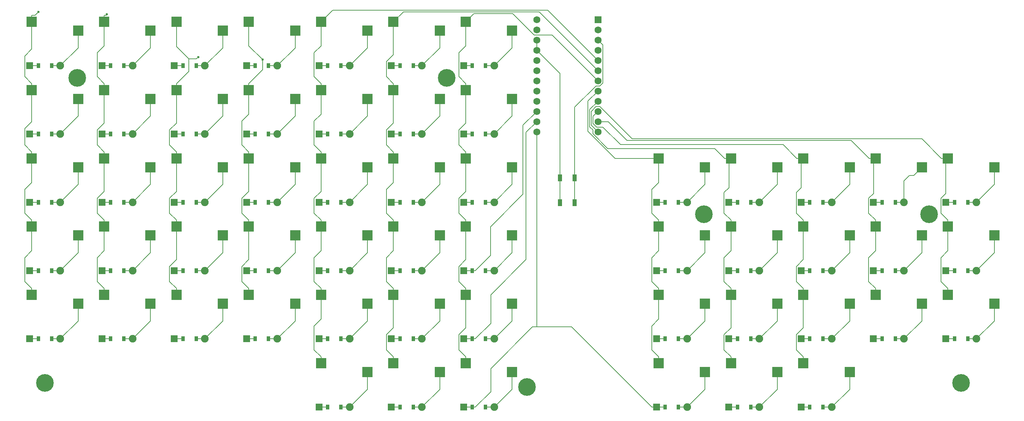
<source format=gbr>
%TF.GenerationSoftware,KiCad,Pcbnew,8.0.2*%
%TF.CreationDate,2024-06-03T01:18:46-04:00*%
%TF.ProjectId,unisplitchoc,756e6973-706c-4697-9463-686f632e6b69,v1.0.0*%
%TF.SameCoordinates,Original*%
%TF.FileFunction,Copper,L2,Bot*%
%TF.FilePolarity,Positive*%
%FSLAX46Y46*%
G04 Gerber Fmt 4.6, Leading zero omitted, Abs format (unit mm)*
G04 Created by KiCad (PCBNEW 8.0.2) date 2024-06-03 01:18:46*
%MOMM*%
%LPD*%
G01*
G04 APERTURE LIST*
%TA.AperFunction,SMDPad,CuDef*%
%ADD10R,2.600000X2.600000*%
%TD*%
%TA.AperFunction,ComponentPad*%
%ADD11R,1.778000X1.778000*%
%TD*%
%TA.AperFunction,SMDPad,CuDef*%
%ADD12R,0.900000X1.200000*%
%TD*%
%TA.AperFunction,ComponentPad*%
%ADD13C,1.905000*%
%TD*%
%TA.AperFunction,ComponentPad*%
%ADD14C,0.700000*%
%TD*%
%TA.AperFunction,ComponentPad*%
%ADD15C,4.400000*%
%TD*%
%TA.AperFunction,ComponentPad*%
%ADD16R,1.752600X1.752600*%
%TD*%
%TA.AperFunction,ComponentPad*%
%ADD17C,1.752600*%
%TD*%
%TA.AperFunction,SMDPad,CuDef*%
%ADD18R,1.100000X1.800000*%
%TD*%
%TA.AperFunction,ViaPad*%
%ADD19C,0.600000*%
%TD*%
%TA.AperFunction,Conductor*%
%ADD20C,0.200000*%
%TD*%
G04 APERTURE END LIST*
D10*
%TO.P,S45,1*%
%TO.N,P15*%
X270725000Y-160050000D03*
%TO.P,S45,2*%
%TO.N,rindex_home*%
X282275000Y-162250000D03*
%TD*%
D11*
%TO.P,D52,1*%
%TO.N,P7*%
X306190000Y-171000000D03*
D12*
X308350000Y-171000000D03*
%TO.P,D52,2*%
%TO.N,rring_home*%
X311650000Y-171000000D03*
D13*
X313810000Y-171000000D03*
%TD*%
D11*
%TO.P,D8,1*%
%TO.N,P6*%
X114190000Y-154000000D03*
D12*
X116350000Y-154000000D03*
%TO.P,D8,2*%
%TO.N,louter_top*%
X119650000Y-154000000D03*
D13*
X121810000Y-154000000D03*
%TD*%
D11*
%TO.P,D20,1*%
%TO.N,P4*%
X150190000Y-120000000D03*
D12*
X152350000Y-120000000D03*
%TO.P,D20,2*%
%TO.N,lring_function*%
X155650000Y-120000000D03*
D13*
X157810000Y-120000000D03*
%TD*%
D11*
%TO.P,D36,1*%
%TO.N,P6*%
X204190000Y-154000000D03*
D12*
X206350000Y-154000000D03*
%TO.P,D36,2*%
%TO.N,linner_top*%
X209650000Y-154000000D03*
D13*
X211810000Y-154000000D03*
%TD*%
D10*
%TO.P,S50,1*%
%TO.N,P14*%
X288725000Y-143050000D03*
%TO.P,S50,2*%
%TO.N,rmiddle_top*%
X300275000Y-145250000D03*
%TD*%
%TO.P,S20,1*%
%TO.N,P3*%
X150725000Y-109050000D03*
%TO.P,S20,2*%
%TO.N,lring_function*%
X162275000Y-111250000D03*
%TD*%
D11*
%TO.P,D16,1*%
%TO.N,P8*%
X150190000Y-188000000D03*
D12*
X152350000Y-188000000D03*
%TO.P,D16,2*%
%TO.N,lring_bottom*%
X155650000Y-188000000D03*
D13*
X157810000Y-188000000D03*
%TD*%
D10*
%TO.P,S3,1*%
%TO.N,P1*%
X96725000Y-143050000D03*
%TO.P,S3,2*%
%TO.N,lmacro_top*%
X108275000Y-145250000D03*
%TD*%
%TO.P,S25,1*%
%TO.N,P21*%
X168725000Y-126050000D03*
%TO.P,S25,2*%
%TO.N,lmiddle_num*%
X180275000Y-128250000D03*
%TD*%
D11*
%TO.P,D27,1*%
%TO.N,P9*%
X186190000Y-205000000D03*
D12*
X188350000Y-205000000D03*
%TO.P,D27,2*%
%TO.N,lindex_mod*%
X191650000Y-205000000D03*
D13*
X193810000Y-205000000D03*
%TD*%
D10*
%TO.P,S55,1*%
%TO.N,P10*%
X324725000Y-160050000D03*
%TO.P,S55,2*%
%TO.N,rpinky_home*%
X336275000Y-162250000D03*
%TD*%
%TO.P,S42,1*%
%TO.N,P18*%
X252725000Y-143050000D03*
%TO.P,S42,2*%
%TO.N,rinner_top*%
X264275000Y-145250000D03*
%TD*%
%TO.P,S11,1*%
%TO.N,P2*%
X132725000Y-177050000D03*
%TO.P,S11,2*%
%TO.N,lpinky_bottom*%
X144275000Y-179250000D03*
%TD*%
D11*
%TO.P,D49,1*%
%TO.N,P7*%
X288190000Y-171000000D03*
D12*
X290350000Y-171000000D03*
%TO.P,D49,2*%
%TO.N,rmiddle_home*%
X293650000Y-171000000D03*
D13*
X295810000Y-171000000D03*
%TD*%
D11*
%TO.P,D5,1*%
%TO.N,P4*%
X96190000Y-120000000D03*
D12*
X98350000Y-120000000D03*
%TO.P,D5,2*%
%TO.N,lmacro_function*%
X101650000Y-120000000D03*
D13*
X103810000Y-120000000D03*
%TD*%
D11*
%TO.P,D21,1*%
%TO.N,P9*%
X168190000Y-205000000D03*
D12*
X170350000Y-205000000D03*
%TO.P,D21,2*%
%TO.N,lmiddle_mod*%
X173650000Y-205000000D03*
D13*
X175810000Y-205000000D03*
%TD*%
D11*
%TO.P,D30,1*%
%TO.N,P6*%
X186190000Y-154000000D03*
D12*
X188350000Y-154000000D03*
%TO.P,D30,2*%
%TO.N,lindex_top*%
X191650000Y-154000000D03*
D13*
X193810000Y-154000000D03*
%TD*%
D11*
%TO.P,D45,1*%
%TO.N,P7*%
X270190000Y-171000000D03*
D12*
X272350000Y-171000000D03*
%TO.P,D45,2*%
%TO.N,rindex_home*%
X275650000Y-171000000D03*
D13*
X277810000Y-171000000D03*
%TD*%
D11*
%TO.P,D11,1*%
%TO.N,P8*%
X132190000Y-188000000D03*
D12*
X134350000Y-188000000D03*
%TO.P,D11,2*%
%TO.N,lpinky_bottom*%
X137650000Y-188000000D03*
D13*
X139810000Y-188000000D03*
%TD*%
D11*
%TO.P,D18,1*%
%TO.N,P6*%
X150190000Y-154000000D03*
D12*
X152350000Y-154000000D03*
%TO.P,D18,2*%
%TO.N,lring_top*%
X155650000Y-154000000D03*
D13*
X157810000Y-154000000D03*
%TD*%
D10*
%TO.P,S30,1*%
%TO.N,P20*%
X186725000Y-143050000D03*
%TO.P,S30,2*%
%TO.N,lindex_top*%
X198275000Y-145250000D03*
%TD*%
%TO.P,S39,1*%
%TO.N,P18*%
X252725000Y-194050000D03*
%TO.P,S39,2*%
%TO.N,rinner_mod*%
X264275000Y-196250000D03*
%TD*%
%TO.P,S52,1*%
%TO.N,P16*%
X306725000Y-160050000D03*
%TO.P,S52,2*%
%TO.N,rring_home*%
X318275000Y-162250000D03*
%TD*%
D11*
%TO.P,D14,1*%
%TO.N,P5*%
X132190000Y-137000000D03*
D12*
X134350000Y-137000000D03*
%TO.P,D14,2*%
%TO.N,lpinky_num*%
X137650000Y-137000000D03*
D13*
X139810000Y-137000000D03*
%TD*%
D10*
%TO.P,S16,1*%
%TO.N,P3*%
X150725000Y-177050000D03*
%TO.P,S16,2*%
%TO.N,lring_bottom*%
X162275000Y-179250000D03*
%TD*%
D11*
%TO.P,D17,1*%
%TO.N,P7*%
X150190000Y-171000000D03*
D12*
X152350000Y-171000000D03*
%TO.P,D17,2*%
%TO.N,lring_home*%
X155650000Y-171000000D03*
D13*
X157810000Y-171000000D03*
%TD*%
D11*
%TO.P,D28,1*%
%TO.N,P8*%
X186190000Y-188000000D03*
D12*
X188350000Y-188000000D03*
%TO.P,D28,2*%
%TO.N,lindex_bottom*%
X191650000Y-188000000D03*
D13*
X193810000Y-188000000D03*
%TD*%
D11*
%TO.P,D19,1*%
%TO.N,P5*%
X150190000Y-137000000D03*
D12*
X152350000Y-137000000D03*
%TO.P,D19,2*%
%TO.N,lring_num*%
X155650000Y-137000000D03*
D13*
X157810000Y-137000000D03*
%TD*%
D10*
%TO.P,S23,1*%
%TO.N,P21*%
X168725000Y-160050000D03*
%TO.P,S23,2*%
%TO.N,lmiddle_home*%
X180275000Y-162250000D03*
%TD*%
D11*
%TO.P,D54,1*%
%TO.N,P8*%
X324190000Y-188000000D03*
D12*
X326350000Y-188000000D03*
%TO.P,D54,2*%
%TO.N,rpinky_bottom*%
X329650000Y-188000000D03*
D13*
X331810000Y-188000000D03*
%TD*%
D10*
%TO.P,S33,1*%
%TO.N,P19*%
X204725000Y-194050000D03*
%TO.P,S33,2*%
%TO.N,linner_mod*%
X216275000Y-196250000D03*
%TD*%
D11*
%TO.P,D39,1*%
%TO.N,P9*%
X252190000Y-205000000D03*
D12*
X254350000Y-205000000D03*
%TO.P,D39,2*%
%TO.N,rinner_mod*%
X257650000Y-205000000D03*
D13*
X259810000Y-205000000D03*
%TD*%
D10*
%TO.P,S51,1*%
%TO.N,P16*%
X306725000Y-177050000D03*
%TO.P,S51,2*%
%TO.N,rring_bottom*%
X318275000Y-179250000D03*
%TD*%
%TO.P,S18,1*%
%TO.N,P3*%
X150725000Y-143050000D03*
%TO.P,S18,2*%
%TO.N,lring_top*%
X162275000Y-145250000D03*
%TD*%
%TO.P,S26,1*%
%TO.N,P21*%
X168725000Y-109050000D03*
%TO.P,S26,2*%
%TO.N,lmiddle_function*%
X180275000Y-111250000D03*
%TD*%
%TO.P,S7,1*%
%TO.N,P0*%
X114725000Y-160050000D03*
%TO.P,S7,2*%
%TO.N,louter_home*%
X126275000Y-162250000D03*
%TD*%
D11*
%TO.P,D47,1*%
%TO.N,P9*%
X288190000Y-205000000D03*
D12*
X290350000Y-205000000D03*
%TO.P,D47,2*%
%TO.N,rmiddle_mod*%
X293650000Y-205000000D03*
D13*
X295810000Y-205000000D03*
%TD*%
D10*
%TO.P,S10,1*%
%TO.N,P0*%
X114725000Y-109050000D03*
%TO.P,S10,2*%
%TO.N,louter_function*%
X126275000Y-111250000D03*
%TD*%
%TO.P,S37,1*%
%TO.N,P19*%
X204725000Y-126050000D03*
%TO.P,S37,2*%
%TO.N,linner_num*%
X216275000Y-128250000D03*
%TD*%
D11*
%TO.P,D26,1*%
%TO.N,P4*%
X168190000Y-120000000D03*
D12*
X170350000Y-120000000D03*
%TO.P,D26,2*%
%TO.N,lmiddle_function*%
X173650000Y-120000000D03*
D13*
X175810000Y-120000000D03*
%TD*%
D10*
%TO.P,S1,1*%
%TO.N,P1*%
X96725000Y-177050000D03*
%TO.P,S1,2*%
%TO.N,lmacro_bottom*%
X108275000Y-179250000D03*
%TD*%
D14*
%TO.P,_2,1*%
%TO.N,N/C*%
X198350000Y-123000000D03*
X198833274Y-121833274D03*
X198833274Y-124166726D03*
X200000000Y-121350000D03*
D15*
X200000000Y-123000000D03*
D14*
X200000000Y-124650000D03*
X201166726Y-121833274D03*
X201166726Y-124166726D03*
X201650000Y-123000000D03*
%TD*%
D10*
%TO.P,S47,1*%
%TO.N,P14*%
X288725000Y-194050000D03*
%TO.P,S47,2*%
%TO.N,rmiddle_mod*%
X300275000Y-196250000D03*
%TD*%
%TO.P,S4,1*%
%TO.N,P1*%
X96725000Y-126050000D03*
%TO.P,S4,2*%
%TO.N,lmacro_num*%
X108275000Y-128250000D03*
%TD*%
D14*
%TO.P,_3,1*%
%TO.N,N/C*%
X262350000Y-157000000D03*
X262833274Y-155833274D03*
X262833274Y-158166726D03*
X264000000Y-155350000D03*
D15*
X264000000Y-157000000D03*
D14*
X264000000Y-158650000D03*
X265166726Y-155833274D03*
X265166726Y-158166726D03*
X265650000Y-157000000D03*
%TD*%
D11*
%TO.P,D38,1*%
%TO.N,P4*%
X204190000Y-120000000D03*
D12*
X206350000Y-120000000D03*
%TO.P,D38,2*%
%TO.N,linner_function*%
X209650000Y-120000000D03*
D13*
X211810000Y-120000000D03*
%TD*%
D10*
%TO.P,S48,1*%
%TO.N,P14*%
X288725000Y-177050000D03*
%TO.P,S48,2*%
%TO.N,rmiddle_bottom*%
X300275000Y-179250000D03*
%TD*%
D11*
%TO.P,D24,1*%
%TO.N,P6*%
X168190000Y-154000000D03*
D12*
X170350000Y-154000000D03*
%TO.P,D24,2*%
%TO.N,lmiddle_top*%
X173650000Y-154000000D03*
D13*
X175810000Y-154000000D03*
%TD*%
D11*
%TO.P,D34,1*%
%TO.N,P8*%
X204190000Y-188000000D03*
D12*
X206350000Y-188000000D03*
%TO.P,D34,2*%
%TO.N,linner_bottom*%
X209650000Y-188000000D03*
D13*
X211810000Y-188000000D03*
%TD*%
D11*
%TO.P,D51,1*%
%TO.N,P8*%
X306190000Y-188000000D03*
D12*
X308350000Y-188000000D03*
%TO.P,D51,2*%
%TO.N,rring_bottom*%
X311650000Y-188000000D03*
D13*
X313810000Y-188000000D03*
%TD*%
D11*
%TO.P,D4,1*%
%TO.N,P5*%
X96190000Y-137000000D03*
D12*
X98350000Y-137000000D03*
%TO.P,D4,2*%
%TO.N,lmacro_num*%
X101650000Y-137000000D03*
D13*
X103810000Y-137000000D03*
%TD*%
D10*
%TO.P,S29,1*%
%TO.N,P20*%
X186725000Y-160050000D03*
%TO.P,S29,2*%
%TO.N,lindex_home*%
X198275000Y-162250000D03*
%TD*%
D11*
%TO.P,D31,1*%
%TO.N,P5*%
X186190000Y-137000000D03*
D12*
X188350000Y-137000000D03*
%TO.P,D31,2*%
%TO.N,lindex_num*%
X191650000Y-137000000D03*
D13*
X193810000Y-137000000D03*
%TD*%
D11*
%TO.P,D15,1*%
%TO.N,P4*%
X132190000Y-120000000D03*
D12*
X134350000Y-120000000D03*
%TO.P,D15,2*%
%TO.N,lpinky_function*%
X137650000Y-120000000D03*
D13*
X139810000Y-120000000D03*
%TD*%
D11*
%TO.P,D13,1*%
%TO.N,P6*%
X132190000Y-154000000D03*
D12*
X134350000Y-154000000D03*
%TO.P,D13,2*%
%TO.N,lpinky_top*%
X137650000Y-154000000D03*
D13*
X139810000Y-154000000D03*
%TD*%
D11*
%TO.P,D50,1*%
%TO.N,P6*%
X288190000Y-154000000D03*
D12*
X290350000Y-154000000D03*
%TO.P,D50,2*%
%TO.N,rmiddle_top*%
X293650000Y-154000000D03*
D13*
X295810000Y-154000000D03*
%TD*%
D10*
%TO.P,S49,1*%
%TO.N,P14*%
X288725000Y-160050000D03*
%TO.P,S49,2*%
%TO.N,rmiddle_home*%
X300275000Y-162250000D03*
%TD*%
D11*
%TO.P,D33,1*%
%TO.N,P9*%
X204190000Y-205000000D03*
D12*
X206350000Y-205000000D03*
%TO.P,D33,2*%
%TO.N,linner_mod*%
X209650000Y-205000000D03*
D13*
X211810000Y-205000000D03*
%TD*%
D11*
%TO.P,D40,1*%
%TO.N,P8*%
X252190000Y-188000000D03*
D12*
X254350000Y-188000000D03*
%TO.P,D40,2*%
%TO.N,rinner_bottom*%
X257650000Y-188000000D03*
D13*
X259810000Y-188000000D03*
%TD*%
D10*
%TO.P,S5,1*%
%TO.N,P1*%
X96725000Y-109050000D03*
%TO.P,S5,2*%
%TO.N,lmacro_function*%
X108275000Y-111250000D03*
%TD*%
D11*
%TO.P,D9,1*%
%TO.N,P5*%
X114190000Y-137000000D03*
D12*
X116350000Y-137000000D03*
%TO.P,D9,2*%
%TO.N,louter_num*%
X119650000Y-137000000D03*
D13*
X121810000Y-137000000D03*
%TD*%
D14*
%TO.P,_4,1*%
%TO.N,N/C*%
X318350000Y-157000000D03*
X318833274Y-155833274D03*
X318833274Y-158166726D03*
X320000000Y-155350000D03*
D15*
X320000000Y-157000000D03*
D14*
X320000000Y-158650000D03*
X321166726Y-155833274D03*
X321166726Y-158166726D03*
X321650000Y-157000000D03*
%TD*%
D10*
%TO.P,S53,1*%
%TO.N,P16*%
X306725000Y-143050000D03*
%TO.P,S53,2*%
%TO.N,rring_top*%
X318275000Y-145250000D03*
%TD*%
D11*
%TO.P,D43,1*%
%TO.N,P9*%
X270190000Y-205000000D03*
D12*
X272350000Y-205000000D03*
%TO.P,D43,2*%
%TO.N,rindex_mod*%
X275650000Y-205000000D03*
D13*
X277810000Y-205000000D03*
%TD*%
D11*
%TO.P,D32,1*%
%TO.N,P4*%
X186190000Y-120000000D03*
D12*
X188350000Y-120000000D03*
%TO.P,D32,2*%
%TO.N,lindex_function*%
X191650000Y-120000000D03*
D13*
X193810000Y-120000000D03*
%TD*%
D11*
%TO.P,D44,1*%
%TO.N,P8*%
X270190000Y-188000000D03*
D12*
X272350000Y-188000000D03*
%TO.P,D44,2*%
%TO.N,rindex_bottom*%
X275650000Y-188000000D03*
D13*
X277810000Y-188000000D03*
%TD*%
D10*
%TO.P,S32,1*%
%TO.N,P20*%
X186725000Y-109050000D03*
%TO.P,S32,2*%
%TO.N,lindex_function*%
X198275000Y-111250000D03*
%TD*%
%TO.P,S56,1*%
%TO.N,P10*%
X324725000Y-143050000D03*
%TO.P,S56,2*%
%TO.N,rpinky_top*%
X336275000Y-145250000D03*
%TD*%
%TO.P,S38,1*%
%TO.N,P19*%
X204725000Y-109050000D03*
%TO.P,S38,2*%
%TO.N,linner_function*%
X216275000Y-111250000D03*
%TD*%
%TO.P,S46,1*%
%TO.N,P15*%
X270725000Y-143050000D03*
%TO.P,S46,2*%
%TO.N,rindex_top*%
X282275000Y-145250000D03*
%TD*%
D11*
%TO.P,D42,1*%
%TO.N,P6*%
X252190000Y-154000000D03*
D12*
X254350000Y-154000000D03*
%TO.P,D42,2*%
%TO.N,rinner_top*%
X257650000Y-154000000D03*
D13*
X259810000Y-154000000D03*
%TD*%
D11*
%TO.P,D7,1*%
%TO.N,P7*%
X114190000Y-171000000D03*
D12*
X116350000Y-171000000D03*
%TO.P,D7,2*%
%TO.N,louter_home*%
X119650000Y-171000000D03*
D13*
X121810000Y-171000000D03*
%TD*%
D11*
%TO.P,D25,1*%
%TO.N,P5*%
X168190000Y-137000000D03*
D12*
X170350000Y-137000000D03*
%TO.P,D25,2*%
%TO.N,lmiddle_num*%
X173650000Y-137000000D03*
D13*
X175810000Y-137000000D03*
%TD*%
D11*
%TO.P,D3,1*%
%TO.N,P6*%
X96190000Y-154000000D03*
D12*
X98350000Y-154000000D03*
%TO.P,D3,2*%
%TO.N,lmacro_top*%
X101650000Y-154000000D03*
D13*
X103810000Y-154000000D03*
%TD*%
D14*
%TO.P,_7,1*%
%TO.N,N/C*%
X326350000Y-199000000D03*
X326833274Y-197833274D03*
X326833274Y-200166726D03*
X328000000Y-197350000D03*
D15*
X328000000Y-199000000D03*
D14*
X328000000Y-200650000D03*
X329166726Y-197833274D03*
X329166726Y-200166726D03*
X329650000Y-199000000D03*
%TD*%
D10*
%TO.P,S22,1*%
%TO.N,P21*%
X168725000Y-177050000D03*
%TO.P,S22,2*%
%TO.N,lmiddle_bottom*%
X180275000Y-179250000D03*
%TD*%
D14*
%TO.P,_5,1*%
%TO.N,N/C*%
X98350000Y-199000000D03*
X98833274Y-197833274D03*
X98833274Y-200166726D03*
X100000000Y-197350000D03*
D15*
X100000000Y-199000000D03*
D14*
X100000000Y-200650000D03*
X101166726Y-197833274D03*
X101166726Y-200166726D03*
X101650000Y-199000000D03*
%TD*%
D10*
%TO.P,S43,1*%
%TO.N,P15*%
X270725000Y-194050000D03*
%TO.P,S43,2*%
%TO.N,rindex_mod*%
X282275000Y-196250000D03*
%TD*%
%TO.P,S21,1*%
%TO.N,P21*%
X168725000Y-194050000D03*
%TO.P,S21,2*%
%TO.N,lmiddle_mod*%
X180275000Y-196250000D03*
%TD*%
%TO.P,S15,1*%
%TO.N,P2*%
X132725000Y-109050000D03*
%TO.P,S15,2*%
%TO.N,lpinky_function*%
X144275000Y-111250000D03*
%TD*%
D16*
%TO.P,MCU1,1*%
%TO.N,RAW*%
X237620000Y-108530000D03*
D17*
%TO.P,MCU1,2*%
%TO.N,GND*%
X237620000Y-111070000D03*
%TO.P,MCU1,3*%
%TO.N,RST*%
X237620000Y-113610000D03*
%TO.P,MCU1,4*%
%TO.N,VCC*%
X237620000Y-116150000D03*
%TO.P,MCU1,5*%
%TO.N,P21*%
X237620000Y-118690000D03*
%TO.P,MCU1,6*%
%TO.N,P20*%
X237620000Y-121230000D03*
%TO.P,MCU1,7*%
%TO.N,P19*%
X237620000Y-123770000D03*
%TO.P,MCU1,8*%
%TO.N,P18*%
X237620000Y-126310000D03*
%TO.P,MCU1,9*%
%TO.N,P15*%
X237620000Y-128850000D03*
%TO.P,MCU1,10*%
%TO.N,P14*%
X237620000Y-131390000D03*
%TO.P,MCU1,11*%
%TO.N,P16*%
X237620000Y-133930000D03*
%TO.P,MCU1,12*%
%TO.N,P10*%
X237620000Y-136470000D03*
%TO.P,MCU1,13*%
%TO.N,P1*%
X222380000Y-108530000D03*
%TO.P,MCU1,14*%
%TO.N,P0*%
X222380000Y-111070000D03*
%TO.P,MCU1,15*%
%TO.N,GND*%
X222380000Y-113610000D03*
%TO.P,MCU1,16*%
X222380000Y-116150000D03*
%TO.P,MCU1,17*%
%TO.N,P2*%
X222380000Y-118690000D03*
%TO.P,MCU1,18*%
%TO.N,P3*%
X222380000Y-121230000D03*
%TO.P,MCU1,19*%
%TO.N,P4*%
X222380000Y-123770000D03*
%TO.P,MCU1,20*%
%TO.N,P5*%
X222380000Y-126310000D03*
%TO.P,MCU1,21*%
%TO.N,P6*%
X222380000Y-128850000D03*
%TO.P,MCU1,22*%
%TO.N,P7*%
X222380000Y-131390000D03*
%TO.P,MCU1,23*%
%TO.N,P8*%
X222380000Y-133930000D03*
%TO.P,MCU1,24*%
%TO.N,P9*%
X222380000Y-136470000D03*
%TD*%
D11*
%TO.P,D23,1*%
%TO.N,P7*%
X168190000Y-171000000D03*
D12*
X170350000Y-171000000D03*
%TO.P,D23,2*%
%TO.N,lmiddle_home*%
X173650000Y-171000000D03*
D13*
X175810000Y-171000000D03*
%TD*%
D11*
%TO.P,D10,1*%
%TO.N,P4*%
X114190000Y-120000000D03*
D12*
X116350000Y-120000000D03*
%TO.P,D10,2*%
%TO.N,louter_function*%
X119650000Y-120000000D03*
D13*
X121810000Y-120000000D03*
%TD*%
D11*
%TO.P,D2,1*%
%TO.N,P7*%
X96190000Y-171000000D03*
D12*
X98350000Y-171000000D03*
%TO.P,D2,2*%
%TO.N,lmacro_home*%
X101650000Y-171000000D03*
D13*
X103810000Y-171000000D03*
%TD*%
D11*
%TO.P,D22,1*%
%TO.N,P8*%
X168190000Y-188000000D03*
D12*
X170350000Y-188000000D03*
%TO.P,D22,2*%
%TO.N,lmiddle_bottom*%
X173650000Y-188000000D03*
D13*
X175810000Y-188000000D03*
%TD*%
D10*
%TO.P,S31,1*%
%TO.N,P20*%
X186725000Y-126050000D03*
%TO.P,S31,2*%
%TO.N,lindex_num*%
X198275000Y-128250000D03*
%TD*%
D11*
%TO.P,D6,1*%
%TO.N,P8*%
X114190000Y-188000000D03*
D12*
X116350000Y-188000000D03*
%TO.P,D6,2*%
%TO.N,louter_bottom*%
X119650000Y-188000000D03*
D13*
X121810000Y-188000000D03*
%TD*%
D10*
%TO.P,S40,1*%
%TO.N,P18*%
X252725000Y-177050000D03*
%TO.P,S40,2*%
%TO.N,rinner_bottom*%
X264275000Y-179250000D03*
%TD*%
%TO.P,S27,1*%
%TO.N,P20*%
X186725000Y-194050000D03*
%TO.P,S27,2*%
%TO.N,lindex_mod*%
X198275000Y-196250000D03*
%TD*%
%TO.P,S14,1*%
%TO.N,P2*%
X132725000Y-126050000D03*
%TO.P,S14,2*%
%TO.N,lpinky_num*%
X144275000Y-128250000D03*
%TD*%
%TO.P,S12,1*%
%TO.N,P2*%
X132725000Y-160050000D03*
%TO.P,S12,2*%
%TO.N,lpinky_home*%
X144275000Y-162250000D03*
%TD*%
%TO.P,S44,1*%
%TO.N,P15*%
X270725000Y-177050000D03*
%TO.P,S44,2*%
%TO.N,rindex_bottom*%
X282275000Y-179250000D03*
%TD*%
%TO.P,S9,1*%
%TO.N,P0*%
X114725000Y-126050000D03*
%TO.P,S9,2*%
%TO.N,louter_num*%
X126275000Y-128250000D03*
%TD*%
D11*
%TO.P,D29,1*%
%TO.N,P7*%
X186190000Y-171000000D03*
D12*
X188350000Y-171000000D03*
%TO.P,D29,2*%
%TO.N,lindex_home*%
X191650000Y-171000000D03*
D13*
X193810000Y-171000000D03*
%TD*%
D11*
%TO.P,D41,1*%
%TO.N,P7*%
X252190000Y-171000000D03*
D12*
X254350000Y-171000000D03*
%TO.P,D41,2*%
%TO.N,rinner_home*%
X257650000Y-171000000D03*
D13*
X259810000Y-171000000D03*
%TD*%
D10*
%TO.P,S24,1*%
%TO.N,P21*%
X168725000Y-143050000D03*
%TO.P,S24,2*%
%TO.N,lmiddle_top*%
X180275000Y-145250000D03*
%TD*%
%TO.P,S17,1*%
%TO.N,P3*%
X150725000Y-160050000D03*
%TO.P,S17,2*%
%TO.N,lring_home*%
X162275000Y-162250000D03*
%TD*%
%TO.P,S36,1*%
%TO.N,P19*%
X204725000Y-143050000D03*
%TO.P,S36,2*%
%TO.N,linner_top*%
X216275000Y-145250000D03*
%TD*%
D11*
%TO.P,D48,1*%
%TO.N,P8*%
X288190000Y-188000000D03*
D12*
X290350000Y-188000000D03*
%TO.P,D48,2*%
%TO.N,rmiddle_bottom*%
X293650000Y-188000000D03*
D13*
X295810000Y-188000000D03*
%TD*%
D10*
%TO.P,S13,1*%
%TO.N,P2*%
X132725000Y-143050000D03*
%TO.P,S13,2*%
%TO.N,lpinky_top*%
X144275000Y-145250000D03*
%TD*%
D14*
%TO.P,_6,1*%
%TO.N,N/C*%
X218350000Y-200000000D03*
X218833274Y-198833274D03*
X218833274Y-201166726D03*
X220000000Y-198350000D03*
D15*
X220000000Y-200000000D03*
D14*
X220000000Y-201650000D03*
X221166726Y-198833274D03*
X221166726Y-201166726D03*
X221650000Y-200000000D03*
%TD*%
D10*
%TO.P,S34,1*%
%TO.N,P19*%
X204725000Y-177050000D03*
%TO.P,S34,2*%
%TO.N,linner_bottom*%
X216275000Y-179250000D03*
%TD*%
%TO.P,S54,1*%
%TO.N,P10*%
X324725000Y-177050000D03*
%TO.P,S54,2*%
%TO.N,rpinky_bottom*%
X336275000Y-179250000D03*
%TD*%
D11*
%TO.P,D1,1*%
%TO.N,P8*%
X96190000Y-188000000D03*
D12*
X98350000Y-188000000D03*
%TO.P,D1,2*%
%TO.N,lmacro_bottom*%
X101650000Y-188000000D03*
D13*
X103810000Y-188000000D03*
%TD*%
D10*
%TO.P,S35,1*%
%TO.N,P19*%
X204725000Y-160050000D03*
%TO.P,S35,2*%
%TO.N,linner_home*%
X216275000Y-162250000D03*
%TD*%
%TO.P,S6,1*%
%TO.N,P0*%
X114725000Y-177050000D03*
%TO.P,S6,2*%
%TO.N,louter_bottom*%
X126275000Y-179250000D03*
%TD*%
%TO.P,S2,1*%
%TO.N,P1*%
X96725000Y-160050000D03*
%TO.P,S2,2*%
%TO.N,lmacro_home*%
X108275000Y-162250000D03*
%TD*%
D14*
%TO.P,_1,1*%
%TO.N,N/C*%
X106350000Y-123000000D03*
X106833274Y-121833274D03*
X106833274Y-124166726D03*
X108000000Y-121350000D03*
D15*
X108000000Y-123000000D03*
D14*
X108000000Y-124650000D03*
X109166726Y-121833274D03*
X109166726Y-124166726D03*
X109650000Y-123000000D03*
%TD*%
D11*
%TO.P,D55,1*%
%TO.N,P7*%
X324190000Y-171000000D03*
D12*
X326350000Y-171000000D03*
%TO.P,D55,2*%
%TO.N,rpinky_home*%
X329650000Y-171000000D03*
D13*
X331810000Y-171000000D03*
%TD*%
D11*
%TO.P,D46,1*%
%TO.N,P6*%
X270190000Y-154000000D03*
D12*
X272350000Y-154000000D03*
%TO.P,D46,2*%
%TO.N,rindex_top*%
X275650000Y-154000000D03*
D13*
X277810000Y-154000000D03*
%TD*%
D10*
%TO.P,S41,1*%
%TO.N,P18*%
X252725000Y-160050000D03*
%TO.P,S41,2*%
%TO.N,rinner_home*%
X264275000Y-162250000D03*
%TD*%
D11*
%TO.P,D53,1*%
%TO.N,P6*%
X306190000Y-154000000D03*
D12*
X308350000Y-154000000D03*
%TO.P,D53,2*%
%TO.N,rring_top*%
X311650000Y-154000000D03*
D13*
X313810000Y-154000000D03*
%TD*%
D10*
%TO.P,S28,1*%
%TO.N,P20*%
X186725000Y-177050000D03*
%TO.P,S28,2*%
%TO.N,lindex_bottom*%
X198275000Y-179250000D03*
%TD*%
%TO.P,S19,1*%
%TO.N,P3*%
X150725000Y-126050000D03*
%TO.P,S19,2*%
%TO.N,lring_num*%
X162275000Y-128250000D03*
%TD*%
D11*
%TO.P,D37,1*%
%TO.N,P5*%
X204190000Y-137000000D03*
D12*
X206350000Y-137000000D03*
%TO.P,D37,2*%
%TO.N,linner_num*%
X209650000Y-137000000D03*
D13*
X211810000Y-137000000D03*
%TD*%
D10*
%TO.P,S8,1*%
%TO.N,P0*%
X114725000Y-143050000D03*
%TO.P,S8,2*%
%TO.N,louter_top*%
X126275000Y-145250000D03*
%TD*%
D11*
%TO.P,D12,1*%
%TO.N,P7*%
X132190000Y-171000000D03*
D12*
X134350000Y-171000000D03*
%TO.P,D12,2*%
%TO.N,lpinky_home*%
X137650000Y-171000000D03*
D13*
X139810000Y-171000000D03*
%TD*%
D11*
%TO.P,D35,1*%
%TO.N,P7*%
X204190000Y-171000000D03*
D12*
X206350000Y-171000000D03*
%TO.P,D35,2*%
%TO.N,linner_home*%
X209650000Y-171000000D03*
D13*
X211810000Y-171000000D03*
%TD*%
D11*
%TO.P,D56,1*%
%TO.N,P6*%
X324190000Y-154000000D03*
D12*
X326350000Y-154000000D03*
%TO.P,D56,2*%
%TO.N,rpinky_top*%
X329650000Y-154000000D03*
D13*
X331810000Y-154000000D03*
%TD*%
D18*
%TO.P,B1,1*%
%TO.N,GND*%
X228150000Y-147900000D03*
X228150000Y-154100000D03*
%TO.P,B1,2*%
%TO.N,RST*%
X231850000Y-147900000D03*
X231850000Y-154100000D03*
%TD*%
D19*
%TO.N,P1*%
X98401100Y-106580000D03*
%TO.N,P0*%
X115427000Y-107215000D03*
%TO.N,P2*%
X138130000Y-117847500D03*
%TO.N,P3*%
X154194700Y-118490100D03*
%TD*%
D20*
%TO.N,P1*%
X96725000Y-143050000D02*
X96725000Y-141448300D01*
X94999300Y-173722600D02*
X94999300Y-167798000D01*
X96725000Y-126050000D02*
X96725000Y-124448300D01*
X96725000Y-177050000D02*
X96725000Y-175448300D01*
X94999300Y-150798000D02*
X96725000Y-149072300D01*
X94999300Y-167798000D02*
X96725000Y-166072300D01*
X94999300Y-122722600D02*
X96725000Y-124448300D01*
X94999300Y-156722600D02*
X94999300Y-150798000D01*
X96725000Y-108249100D02*
X96725000Y-107448300D01*
X96725000Y-149072300D02*
X96725000Y-143050000D01*
X96725000Y-108249100D02*
X96725000Y-109050000D01*
X94978400Y-135659200D02*
X94978400Y-139701700D01*
X96725000Y-160050000D02*
X96725000Y-158448300D01*
X97532800Y-107448300D02*
X98401100Y-106580000D01*
X96725000Y-166072300D02*
X96725000Y-160050000D01*
X94999300Y-117582000D02*
X94999300Y-122722600D01*
X96725000Y-158448300D02*
X94999300Y-156722600D01*
X94978400Y-139701700D02*
X96725000Y-141448300D01*
X96725000Y-107448300D02*
X97532800Y-107448300D01*
X96725000Y-109050000D02*
X96725000Y-115856300D01*
X96725000Y-126050000D02*
X96725000Y-133912600D01*
X96725000Y-133912600D02*
X94978400Y-135659200D01*
X96725000Y-175448300D02*
X94999300Y-173722600D01*
X96725000Y-115856300D02*
X94999300Y-117582000D01*
%TO.N,lmacro_bottom*%
X101650000Y-188000000D02*
X102401700Y-188000000D01*
X103810000Y-188000000D02*
X108275000Y-183535000D01*
X103810000Y-188000000D02*
X102401700Y-188000000D01*
X108275000Y-183535000D02*
X108275000Y-179250000D01*
%TO.N,lmacro_home*%
X108275000Y-166535000D02*
X108275000Y-162250000D01*
X103810000Y-171000000D02*
X102401700Y-171000000D01*
X101650000Y-171000000D02*
X102401700Y-171000000D01*
X103810000Y-171000000D02*
X108275000Y-166535000D01*
%TO.N,lmacro_top*%
X103810000Y-154000000D02*
X102401700Y-154000000D01*
X103810000Y-154000000D02*
X108275000Y-149535000D01*
X108275000Y-149535000D02*
X108275000Y-145250000D01*
X101650000Y-154000000D02*
X102401700Y-154000000D01*
%TO.N,lmacro_num*%
X103810000Y-137000000D02*
X102401700Y-137000000D01*
X101650000Y-137000000D02*
X102401700Y-137000000D01*
X108275000Y-132535000D02*
X108275000Y-128250000D01*
X103810000Y-137000000D02*
X108275000Y-132535000D01*
%TO.N,lmacro_function*%
X108275000Y-115535000D02*
X103810000Y-120000000D01*
X101650000Y-120000000D02*
X102401700Y-120000000D01*
X108275000Y-111250000D02*
X108275000Y-115535000D01*
X103810000Y-120000000D02*
X102401700Y-120000000D01*
%TO.N,P0*%
X112999300Y-173722600D02*
X112999300Y-167798000D01*
X112999300Y-135986000D02*
X114725000Y-134260300D01*
X114725000Y-134260300D02*
X114725000Y-126050000D01*
X114725000Y-177050000D02*
X114725000Y-175448300D01*
X114725000Y-166072300D02*
X114725000Y-160050000D01*
X114725000Y-141448300D02*
X112999300Y-139722600D01*
X114725000Y-175448300D02*
X112999300Y-173722600D01*
X114725000Y-115072300D02*
X114725000Y-109050000D01*
X115427000Y-107215000D02*
X115193700Y-107448300D01*
X114725000Y-126050000D02*
X114725000Y-124448300D01*
X114725000Y-151260300D02*
X112999300Y-152986000D01*
X114725000Y-143050000D02*
X114725000Y-141448300D01*
X112999300Y-156722600D02*
X114725000Y-158448300D01*
X115193700Y-107448300D02*
X114725000Y-107448300D01*
X114725000Y-143050000D02*
X114725000Y-151260300D01*
X112999300Y-152986000D02*
X112999300Y-156722600D01*
X114725000Y-109050000D02*
X114725000Y-107448300D01*
X112999300Y-167798000D02*
X114725000Y-166072300D01*
X114725000Y-124448300D02*
X112999300Y-122722600D01*
X114725000Y-160050000D02*
X114725000Y-158448300D01*
X112999300Y-139722600D02*
X112999300Y-135986000D01*
X112999300Y-116798000D02*
X114725000Y-115072300D01*
X112999300Y-122722600D02*
X112999300Y-116798000D01*
%TO.N,louter_bottom*%
X126275000Y-183535000D02*
X126275000Y-179250000D01*
X119650000Y-188000000D02*
X120401700Y-188000000D01*
X121810000Y-188000000D02*
X120401700Y-188000000D01*
X121810000Y-188000000D02*
X126275000Y-183535000D01*
%TO.N,louter_home*%
X119650000Y-171000000D02*
X120401700Y-171000000D01*
X126275000Y-166535000D02*
X126275000Y-162250000D01*
X121810000Y-171000000D02*
X120401700Y-171000000D01*
X121810000Y-171000000D02*
X126275000Y-166535000D01*
%TO.N,louter_top*%
X121810000Y-154000000D02*
X126275000Y-149535000D01*
X126275000Y-149535000D02*
X126275000Y-145250000D01*
X121810000Y-154000000D02*
X120401700Y-154000000D01*
X119650000Y-154000000D02*
X120401700Y-154000000D01*
%TO.N,louter_num*%
X121810000Y-137000000D02*
X126275000Y-132535000D01*
X126275000Y-132535000D02*
X126275000Y-128250000D01*
X119650000Y-137000000D02*
X120401700Y-137000000D01*
X121810000Y-137000000D02*
X120401700Y-137000000D01*
%TO.N,louter_function*%
X126275000Y-115535000D02*
X126275000Y-111250000D01*
X121810000Y-120000000D02*
X120401700Y-120000000D01*
X119650000Y-120000000D02*
X120401700Y-120000000D01*
X121810000Y-120000000D02*
X126275000Y-115535000D01*
%TO.N,P2*%
X132725000Y-126050000D02*
X132725000Y-134260300D01*
X130999300Y-152986000D02*
X130999300Y-156722600D01*
X132725000Y-159249100D02*
X132725000Y-160050000D01*
X132725000Y-159249100D02*
X132725000Y-158448300D01*
X132725000Y-143050000D02*
X132725000Y-141448300D01*
X135788800Y-118307300D02*
X132725000Y-115243500D01*
X132725000Y-177050000D02*
X132725000Y-175448300D01*
X132725000Y-151260300D02*
X130999300Y-152986000D01*
X130999300Y-139722600D02*
X132725000Y-141448300D01*
X137670200Y-118307300D02*
X138130000Y-117847500D01*
X130999300Y-169986000D02*
X130999300Y-173722600D01*
X132725000Y-160050000D02*
X132725000Y-168260300D01*
X132725000Y-143050000D02*
X132725000Y-151260300D01*
X132725000Y-168260300D02*
X130999300Y-169986000D01*
X132725000Y-126050000D02*
X132725000Y-124448300D01*
X130999300Y-135986000D02*
X130999300Y-139722600D01*
X130999300Y-156722600D02*
X132725000Y-158448300D01*
X132725000Y-134260300D02*
X130999300Y-135986000D01*
X135788800Y-118307300D02*
X137670200Y-118307300D01*
X132725000Y-115243500D02*
X132725000Y-109050000D01*
X130999300Y-173722600D02*
X132725000Y-175448300D01*
X135788800Y-121384500D02*
X135788800Y-118307300D01*
X132725000Y-124448300D02*
X135788800Y-121384500D01*
%TO.N,lpinky_bottom*%
X137650000Y-188000000D02*
X138401700Y-188000000D01*
X139810000Y-188000000D02*
X144275000Y-183535000D01*
X144275000Y-183535000D02*
X144275000Y-179250000D01*
X139810000Y-188000000D02*
X138401700Y-188000000D01*
%TO.N,lpinky_home*%
X144275000Y-166535000D02*
X144275000Y-162250000D01*
X137650000Y-171000000D02*
X138401700Y-171000000D01*
X139810000Y-171000000D02*
X138401700Y-171000000D01*
X139810000Y-171000000D02*
X144275000Y-166535000D01*
%TO.N,lpinky_top*%
X139810000Y-154000000D02*
X144275000Y-149535000D01*
X137650000Y-154000000D02*
X138401700Y-154000000D01*
X139810000Y-154000000D02*
X138401700Y-154000000D01*
X144275000Y-149535000D02*
X144275000Y-145250000D01*
%TO.N,lpinky_num*%
X139810000Y-137000000D02*
X138401700Y-137000000D01*
X144275000Y-132535000D02*
X144275000Y-128250000D01*
X139810000Y-137000000D02*
X144275000Y-132535000D01*
X137650000Y-137000000D02*
X138401700Y-137000000D01*
%TO.N,lpinky_function*%
X137650000Y-120000000D02*
X138401700Y-120000000D01*
X139810000Y-120000000D02*
X138401700Y-120000000D01*
X139810000Y-120000000D02*
X144275000Y-115535000D01*
X144275000Y-115535000D02*
X144275000Y-111250000D01*
%TO.N,P3*%
X150725000Y-124448300D02*
X154194700Y-120978600D01*
X148999300Y-169986000D02*
X148999300Y-173722600D01*
X150725000Y-160050000D02*
X150725000Y-168260300D01*
X154194700Y-118490100D02*
X150725000Y-115020400D01*
X150725000Y-177050000D02*
X150725000Y-175448300D01*
X150725000Y-141448300D02*
X148999300Y-139722600D01*
X150725000Y-143050000D02*
X150725000Y-151260300D01*
X148999300Y-173722600D02*
X150725000Y-175448300D01*
X150725000Y-143050000D02*
X150725000Y-141448300D01*
X150725000Y-115020400D02*
X150725000Y-109050000D01*
X150725000Y-151260300D02*
X148999300Y-152986000D01*
X148999300Y-152986000D02*
X148999300Y-156722600D01*
X154194700Y-120978600D02*
X154194700Y-118490100D01*
X148999300Y-133798000D02*
X150725000Y-132072300D01*
X148999300Y-156722600D02*
X150725000Y-158448300D01*
X150725000Y-160050000D02*
X150725000Y-158448300D01*
X150725000Y-132072300D02*
X150725000Y-126050000D01*
X150725000Y-168260300D02*
X148999300Y-169986000D01*
X150725000Y-126050000D02*
X150725000Y-124448300D01*
X148999300Y-139722600D02*
X148999300Y-133798000D01*
%TO.N,lring_bottom*%
X157810000Y-188000000D02*
X156401700Y-188000000D01*
X162275000Y-183535000D02*
X162275000Y-179250000D01*
X157810000Y-188000000D02*
X162275000Y-183535000D01*
X155650000Y-188000000D02*
X156401700Y-188000000D01*
%TO.N,lring_home*%
X155650000Y-171000000D02*
X156401700Y-171000000D01*
X157810000Y-171000000D02*
X162275000Y-166535000D01*
X162275000Y-166535000D02*
X162275000Y-162250000D01*
X157810000Y-171000000D02*
X156401700Y-171000000D01*
%TO.N,lring_top*%
X155650000Y-154000000D02*
X156401700Y-154000000D01*
X157810000Y-154000000D02*
X156401700Y-154000000D01*
X157810000Y-154000000D02*
X162275000Y-149535000D01*
X162275000Y-149535000D02*
X162275000Y-145250000D01*
%TO.N,lring_num*%
X162275000Y-132535000D02*
X162275000Y-128250000D01*
X157810000Y-137000000D02*
X156401700Y-137000000D01*
X155650000Y-137000000D02*
X156401700Y-137000000D01*
X157810000Y-137000000D02*
X162275000Y-132535000D01*
%TO.N,lring_function*%
X155650000Y-120000000D02*
X156401700Y-120000000D01*
X157810000Y-120000000D02*
X156401700Y-120000000D01*
X157810000Y-120000000D02*
X162275000Y-115535000D01*
X162275000Y-115535000D02*
X162275000Y-111250000D01*
%TO.N,P21*%
X168725000Y-124448300D02*
X166999300Y-122722600D01*
X225109200Y-106179200D02*
X171595800Y-106179200D01*
X168725000Y-115072300D02*
X168725000Y-109050000D01*
X166999300Y-156722600D02*
X168725000Y-158448300D01*
X168725000Y-194050000D02*
X168725000Y-192448300D01*
X171595800Y-106179200D02*
X168725000Y-109050000D01*
X168725000Y-141448300D02*
X166999300Y-139722600D01*
X166999300Y-152986000D02*
X166999300Y-156722600D01*
X168725000Y-143050000D02*
X168725000Y-141448300D01*
X168725000Y-166072300D02*
X168725000Y-160050000D01*
X166999300Y-116798000D02*
X168725000Y-115072300D01*
X168725000Y-132072300D02*
X168725000Y-126050000D01*
X166999300Y-167798000D02*
X168725000Y-166072300D01*
X166999300Y-190722600D02*
X166999300Y-184798000D01*
X168725000Y-177050000D02*
X168725000Y-175448300D01*
X168725000Y-175448300D02*
X166999300Y-173722600D01*
X166999300Y-122722600D02*
X166999300Y-116798000D01*
X168725000Y-126050000D02*
X168725000Y-124448300D01*
X168725000Y-143050000D02*
X168725000Y-151260300D01*
X166999300Y-184798000D02*
X168725000Y-183072300D01*
X168725000Y-183072300D02*
X168725000Y-177050000D01*
X166999300Y-173722600D02*
X166999300Y-167798000D01*
X168725000Y-151260300D02*
X166999300Y-152986000D01*
X166999300Y-139722600D02*
X166999300Y-133798000D01*
X237620000Y-118690000D02*
X225109200Y-106179200D01*
X166999300Y-133798000D02*
X168725000Y-132072300D01*
X168725000Y-160050000D02*
X168725000Y-158448300D01*
X168725000Y-192448300D02*
X166999300Y-190722600D01*
%TO.N,lmiddle_mod*%
X175810000Y-205000000D02*
X180275000Y-200535000D01*
X173650000Y-205000000D02*
X174401700Y-205000000D01*
X180275000Y-200535000D02*
X180275000Y-196250000D01*
X175810000Y-205000000D02*
X174401700Y-205000000D01*
%TO.N,lmiddle_bottom*%
X173650000Y-188000000D02*
X174401700Y-188000000D01*
X180275000Y-183535000D02*
X180275000Y-179250000D01*
X175810000Y-188000000D02*
X174401700Y-188000000D01*
X175810000Y-188000000D02*
X180275000Y-183535000D01*
%TO.N,lmiddle_home*%
X175810000Y-171000000D02*
X180275000Y-166535000D01*
X180275000Y-166535000D02*
X180275000Y-162250000D01*
X173650000Y-171000000D02*
X174401700Y-171000000D01*
X175810000Y-171000000D02*
X174401700Y-171000000D01*
%TO.N,lmiddle_top*%
X180275000Y-149535000D02*
X180275000Y-145250000D01*
X175810000Y-154000000D02*
X180275000Y-149535000D01*
X173650000Y-154000000D02*
X174401700Y-154000000D01*
X175810000Y-154000000D02*
X174401700Y-154000000D01*
%TO.N,lmiddle_num*%
X175810000Y-137000000D02*
X180275000Y-132535000D01*
X180275000Y-132535000D02*
X180275000Y-128250000D01*
X173650000Y-137000000D02*
X174401700Y-137000000D01*
X175810000Y-137000000D02*
X174401700Y-137000000D01*
%TO.N,lmiddle_function*%
X173650000Y-120000000D02*
X174401700Y-120000000D01*
X175810000Y-120000000D02*
X174401700Y-120000000D01*
X175810000Y-120000000D02*
X180275000Y-115535000D01*
X180275000Y-115535000D02*
X180275000Y-111250000D01*
%TO.N,P20*%
X186725000Y-126050000D02*
X186725000Y-124448300D01*
X184999300Y-167798000D02*
X186725000Y-166072300D01*
X189188700Y-106586300D02*
X186725000Y-109050000D01*
X186725000Y-177050000D02*
X186725000Y-175448300D01*
X184999300Y-156722600D02*
X184999300Y-150798000D01*
X186725000Y-194050000D02*
X186725000Y-192448300D01*
X186725000Y-126050000D02*
X186725000Y-134260300D01*
X186725000Y-109050000D02*
X186725000Y-117260300D01*
X186725000Y-134260300D02*
X184999300Y-135986000D01*
X184999300Y-122722600D02*
X186725000Y-124448300D01*
X186725000Y-158448300D02*
X184999300Y-156722600D01*
X184999300Y-190722600D02*
X186725000Y-192448300D01*
X237620000Y-121230000D02*
X222976300Y-106586300D01*
X186725000Y-143050000D02*
X186725000Y-141448300D01*
X184999300Y-139722600D02*
X186725000Y-141448300D01*
X184999300Y-173722600D02*
X184999300Y-167798000D01*
X186725000Y-117260300D02*
X184999300Y-118986000D01*
X186725000Y-177050000D02*
X186725000Y-185260300D01*
X184999300Y-118986000D02*
X184999300Y-122722600D01*
X184999300Y-186986000D02*
X184999300Y-190722600D01*
X186725000Y-166072300D02*
X186725000Y-160050000D01*
X184999300Y-135986000D02*
X184999300Y-139722600D01*
X186725000Y-185260300D02*
X184999300Y-186986000D01*
X184999300Y-150798000D02*
X186725000Y-149072300D01*
X222976300Y-106586300D02*
X189188700Y-106586300D01*
X186725000Y-175448300D02*
X184999300Y-173722600D01*
X186725000Y-160050000D02*
X186725000Y-158448300D01*
X186725000Y-149072300D02*
X186725000Y-143050000D01*
%TO.N,lindex_mod*%
X198275000Y-200535000D02*
X198275000Y-196250000D01*
X193810000Y-205000000D02*
X192401700Y-205000000D01*
X193810000Y-205000000D02*
X198275000Y-200535000D01*
X191650000Y-205000000D02*
X192401700Y-205000000D01*
%TO.N,lindex_bottom*%
X198275000Y-183535000D02*
X198275000Y-179250000D01*
X193810000Y-188000000D02*
X198275000Y-183535000D01*
X193810000Y-188000000D02*
X192401700Y-188000000D01*
X191650000Y-188000000D02*
X192401700Y-188000000D01*
%TO.N,lindex_home*%
X193810000Y-171000000D02*
X192401700Y-171000000D01*
X191650000Y-171000000D02*
X192401700Y-171000000D01*
X193810000Y-171000000D02*
X198275000Y-166535000D01*
X198275000Y-166535000D02*
X198275000Y-162250000D01*
%TO.N,lindex_top*%
X193810000Y-154000000D02*
X198275000Y-149535000D01*
X198275000Y-149535000D02*
X198275000Y-145250000D01*
X193810000Y-154000000D02*
X192401700Y-154000000D01*
X191650000Y-154000000D02*
X192401700Y-154000000D01*
%TO.N,lindex_num*%
X193810000Y-137000000D02*
X198275000Y-132535000D01*
X198275000Y-132535000D02*
X198275000Y-128250000D01*
X193810000Y-137000000D02*
X192401700Y-137000000D01*
X191650000Y-137000000D02*
X192401700Y-137000000D01*
%TO.N,lindex_function*%
X193810000Y-120000000D02*
X198275000Y-115535000D01*
X193810000Y-120000000D02*
X192401700Y-120000000D01*
X198275000Y-115535000D02*
X198275000Y-111250000D01*
X191650000Y-120000000D02*
X192401700Y-120000000D01*
%TO.N,P19*%
X226190000Y-112340000D02*
X237620000Y-123770000D01*
X204725000Y-176249100D02*
X204725000Y-177050000D01*
X204725000Y-126050000D02*
X204725000Y-124448300D01*
X202999300Y-135986000D02*
X204725000Y-134260300D01*
X202999300Y-186986000D02*
X202999300Y-190722600D01*
X204725000Y-115072300D02*
X204725000Y-109050000D01*
X204725000Y-141448300D02*
X202999300Y-139722600D01*
X204725000Y-177050000D02*
X204725000Y-185260300D01*
X204725000Y-176249100D02*
X204725000Y-175448300D01*
X202999300Y-173722600D02*
X204725000Y-175448300D01*
X204725000Y-124448300D02*
X202999300Y-122722600D01*
X202999300Y-156722600D02*
X204725000Y-158448300D01*
X204725000Y-160050000D02*
X204725000Y-168260300D01*
X202999300Y-139722600D02*
X202999300Y-135986000D01*
X202999300Y-116798000D02*
X204725000Y-115072300D01*
X204725000Y-185260300D02*
X202999300Y-186986000D01*
X202999300Y-152986000D02*
X202999300Y-156722600D01*
X204725000Y-109050000D02*
X206781600Y-106993400D01*
X221727600Y-112340000D02*
X226190000Y-112340000D01*
X204725000Y-143050000D02*
X204725000Y-151260300D01*
X202999300Y-169986000D02*
X202999300Y-173722600D01*
X204725000Y-134260300D02*
X204725000Y-126050000D01*
X204725000Y-151260300D02*
X202999300Y-152986000D01*
X204725000Y-143050000D02*
X204725000Y-141448300D01*
X206781600Y-106993400D02*
X216381000Y-106993400D01*
X202999300Y-122722600D02*
X202999300Y-116798000D01*
X204725000Y-160050000D02*
X204725000Y-158448300D01*
X204725000Y-194050000D02*
X204725000Y-192448300D01*
X204725000Y-168260300D02*
X202999300Y-169986000D01*
X202999300Y-190722600D02*
X204725000Y-192448300D01*
X216381000Y-106993400D02*
X221727600Y-112340000D01*
%TO.N,linner_mod*%
X216275000Y-200535000D02*
X216275000Y-196250000D01*
X211810000Y-205000000D02*
X216275000Y-200535000D01*
X211810000Y-205000000D02*
X210401700Y-205000000D01*
X209650000Y-205000000D02*
X210401700Y-205000000D01*
%TO.N,linner_bottom*%
X216275000Y-183535000D02*
X216275000Y-179250000D01*
X211810000Y-188000000D02*
X216275000Y-183535000D01*
X209650000Y-188000000D02*
X210401700Y-188000000D01*
X211810000Y-188000000D02*
X210401700Y-188000000D01*
%TO.N,linner_home*%
X211810000Y-171000000D02*
X210401700Y-171000000D01*
X216275000Y-162250000D02*
X216275000Y-166535000D01*
X216275000Y-166535000D02*
X211810000Y-171000000D01*
X209650000Y-171000000D02*
X210401700Y-171000000D01*
%TO.N,linner_top*%
X211810000Y-154000000D02*
X210401700Y-154000000D01*
X216275000Y-145250000D02*
X216275000Y-149535000D01*
X209650000Y-154000000D02*
X210401700Y-154000000D01*
X216275000Y-149535000D02*
X211810000Y-154000000D01*
%TO.N,linner_num*%
X211810000Y-137000000D02*
X216275000Y-132535000D01*
X209650000Y-137000000D02*
X210401700Y-137000000D01*
X211810000Y-137000000D02*
X210401700Y-137000000D01*
X216275000Y-132535000D02*
X216275000Y-128250000D01*
%TO.N,linner_function*%
X216275000Y-115535000D02*
X216275000Y-111250000D01*
X209650000Y-120000000D02*
X210401700Y-120000000D01*
X211810000Y-120000000D02*
X216275000Y-115535000D01*
X211810000Y-120000000D02*
X210401700Y-120000000D01*
%TO.N,P18*%
X250999300Y-156722600D02*
X250999300Y-150798000D01*
X252725000Y-160050000D02*
X252725000Y-158448300D01*
X252725000Y-175448300D02*
X250999300Y-173722600D01*
X252725000Y-177050000D02*
X252725000Y-175448300D01*
X235154900Y-136292600D02*
X241912300Y-143050000D01*
X250999300Y-167798000D02*
X252725000Y-166072300D01*
X250999300Y-150798000D02*
X252725000Y-149072300D01*
X252725000Y-194050000D02*
X252725000Y-192448300D01*
X252725000Y-166072300D02*
X252725000Y-160050000D01*
X250999300Y-173722600D02*
X250999300Y-167798000D01*
X252725000Y-183072300D02*
X252725000Y-177050000D01*
X252725000Y-192448300D02*
X250999300Y-190722600D01*
X250999300Y-190722600D02*
X250999300Y-184798000D01*
X237620000Y-126310000D02*
X235154900Y-128775100D01*
X252725000Y-149072300D02*
X252725000Y-143050000D01*
X252725000Y-158448300D02*
X250999300Y-156722600D01*
X250999300Y-184798000D02*
X252725000Y-183072300D01*
X235154900Y-128775100D02*
X235154900Y-136292600D01*
X241912300Y-143050000D02*
X252725000Y-143050000D01*
%TO.N,rinner_mod*%
X264275000Y-200535000D02*
X264275000Y-196250000D01*
X257650000Y-205000000D02*
X258401700Y-205000000D01*
X259810000Y-205000000D02*
X258401700Y-205000000D01*
X259810000Y-205000000D02*
X264275000Y-200535000D01*
%TO.N,rinner_bottom*%
X259810000Y-188000000D02*
X258401700Y-188000000D01*
X259810000Y-188000000D02*
X264275000Y-183535000D01*
X257650000Y-188000000D02*
X258401700Y-188000000D01*
X264275000Y-183535000D02*
X264275000Y-179250000D01*
%TO.N,rinner_home*%
X259810000Y-171000000D02*
X258401700Y-171000000D01*
X264275000Y-166535000D02*
X264275000Y-162250000D01*
X257650000Y-171000000D02*
X258401700Y-171000000D01*
X259810000Y-171000000D02*
X264275000Y-166535000D01*
%TO.N,rinner_top*%
X259810000Y-154000000D02*
X258401700Y-154000000D01*
X264275000Y-149535000D02*
X259810000Y-154000000D01*
X264275000Y-145250000D02*
X264275000Y-149535000D01*
X257650000Y-154000000D02*
X258401700Y-154000000D01*
%TO.N,P15*%
X268999300Y-190722600D02*
X270725000Y-192448300D01*
X266701800Y-140628500D02*
X269123300Y-143050000D01*
X270213000Y-150368300D02*
X268998100Y-151583200D01*
X235556600Y-130913400D02*
X235556600Y-135202300D01*
X270213000Y-143050000D02*
X270213000Y-150368300D01*
X270725000Y-177050000D02*
X270725000Y-175448300D01*
X268999300Y-167798000D02*
X270725000Y-166072300D01*
X268998100Y-156721400D02*
X270725000Y-158448300D01*
X270725000Y-177050000D02*
X270725000Y-185260300D01*
X240058800Y-140628500D02*
X266701800Y-140628500D01*
X236358400Y-136928100D02*
X240058800Y-140628500D01*
X236358400Y-136004100D02*
X236358400Y-136928100D01*
X270725000Y-194050000D02*
X270725000Y-192448300D01*
X268999300Y-173722600D02*
X268999300Y-167798000D01*
X270725000Y-166072300D02*
X270725000Y-160050000D01*
X270725000Y-160050000D02*
X270725000Y-158448300D01*
X268999300Y-186986000D02*
X268999300Y-190722600D01*
X268998100Y-151583200D02*
X268998100Y-156721400D01*
X270725000Y-143050000D02*
X270213000Y-143050000D01*
X270725000Y-185260300D02*
X268999300Y-186986000D01*
X270213000Y-143050000D02*
X269123300Y-143050000D01*
X235556600Y-135202300D02*
X236358400Y-136004100D01*
X270725000Y-175448300D02*
X268999300Y-173722600D01*
X237620000Y-128850000D02*
X235556600Y-130913400D01*
%TO.N,rindex_mod*%
X277810000Y-205000000D02*
X282275000Y-200535000D01*
X282275000Y-200535000D02*
X282275000Y-196250000D01*
X275650000Y-205000000D02*
X276401700Y-205000000D01*
X277810000Y-205000000D02*
X276401700Y-205000000D01*
%TO.N,rindex_bottom*%
X277810000Y-188000000D02*
X282275000Y-183535000D01*
X277810000Y-188000000D02*
X276401700Y-188000000D01*
X275650000Y-188000000D02*
X276401700Y-188000000D01*
X282275000Y-183535000D02*
X282275000Y-179250000D01*
%TO.N,rindex_home*%
X282275000Y-166535000D02*
X282275000Y-162250000D01*
X275650000Y-171000000D02*
X276401700Y-171000000D01*
X277810000Y-171000000D02*
X276401700Y-171000000D01*
X277810000Y-171000000D02*
X282275000Y-166535000D01*
%TO.N,rindex_top*%
X275650000Y-154000000D02*
X276401700Y-154000000D01*
X277810000Y-154000000D02*
X276401700Y-154000000D01*
X282275000Y-149535000D02*
X282275000Y-145250000D01*
X277810000Y-154000000D02*
X282275000Y-149535000D01*
%TO.N,P14*%
X238840600Y-135292000D02*
X243200700Y-139652100D01*
X288725000Y-143050000D02*
X288213000Y-143050000D01*
X286999300Y-173722600D02*
X286999300Y-169986000D01*
X236401000Y-134399600D02*
X237293400Y-135292000D01*
X288725000Y-160050000D02*
X288725000Y-158448300D01*
X286999300Y-156722600D02*
X288725000Y-158448300D01*
X237293400Y-135292000D02*
X238840600Y-135292000D01*
X288725000Y-175448300D02*
X286999300Y-173722600D01*
X237620000Y-131390000D02*
X236401000Y-132609000D01*
X286999300Y-151582000D02*
X286999300Y-156722600D01*
X288725000Y-185260300D02*
X286999300Y-186986000D01*
X243200700Y-139652100D02*
X283725400Y-139652100D01*
X288725000Y-177050000D02*
X288725000Y-185260300D01*
X288213000Y-143050000D02*
X287123300Y-143050000D01*
X286999300Y-169986000D02*
X288725000Y-168260300D01*
X283725400Y-139652100D02*
X287123300Y-143050000D01*
X288725000Y-176249100D02*
X288725000Y-175448300D01*
X288213000Y-143050000D02*
X288213000Y-150368300D01*
X288725000Y-176249100D02*
X288725000Y-177050000D01*
X286999300Y-190722600D02*
X288725000Y-192448300D01*
X286999300Y-186986000D02*
X286999300Y-190722600D01*
X236401000Y-132609000D02*
X236401000Y-134399600D01*
X288725000Y-194050000D02*
X288725000Y-192448300D01*
X288725000Y-168260300D02*
X288725000Y-160050000D01*
X288213000Y-150368300D02*
X286999300Y-151582000D01*
%TO.N,rmiddle_mod*%
X293650000Y-205000000D02*
X294401700Y-205000000D01*
X295810000Y-205000000D02*
X300275000Y-200535000D01*
X300275000Y-200535000D02*
X300275000Y-196250000D01*
X295810000Y-205000000D02*
X294401700Y-205000000D01*
%TO.N,rmiddle_bottom*%
X295810000Y-188000000D02*
X294401700Y-188000000D01*
X300275000Y-183535000D02*
X300275000Y-179250000D01*
X295810000Y-188000000D02*
X300275000Y-183535000D01*
X293650000Y-188000000D02*
X294401700Y-188000000D01*
%TO.N,rmiddle_home*%
X295810000Y-171000000D02*
X294401700Y-171000000D01*
X295810000Y-171000000D02*
X300275000Y-166535000D01*
X300275000Y-166535000D02*
X300275000Y-162250000D01*
X293650000Y-171000000D02*
X294401700Y-171000000D01*
%TO.N,rmiddle_top*%
X300275000Y-149535000D02*
X300275000Y-145250000D01*
X295810000Y-154000000D02*
X300275000Y-149535000D01*
X295810000Y-154000000D02*
X294401700Y-154000000D01*
X293650000Y-154000000D02*
X294401700Y-154000000D01*
%TO.N,P16*%
X306725000Y-166072300D02*
X306725000Y-160050000D01*
X306725000Y-160050000D02*
X306725000Y-158448300D01*
X304999300Y-156722600D02*
X306725000Y-158448300D01*
X244886400Y-138589000D02*
X300662300Y-138589000D01*
X306213000Y-143050000D02*
X306213000Y-151772300D01*
X306725000Y-175448300D02*
X304999300Y-173722600D01*
X304999300Y-173722600D02*
X304999300Y-167798000D01*
X237620000Y-133930000D02*
X240227400Y-133930000D01*
X306725000Y-143050000D02*
X306213000Y-143050000D01*
X306725000Y-177050000D02*
X306725000Y-175448300D01*
X304999300Y-167798000D02*
X306725000Y-166072300D01*
X306213000Y-143050000D02*
X305123300Y-143050000D01*
X300662300Y-138589000D02*
X305123300Y-143050000D01*
X304999300Y-152986000D02*
X304999300Y-156722600D01*
X306213000Y-151772300D02*
X304999300Y-152986000D01*
X240227400Y-133930000D02*
X244886400Y-138589000D01*
%TO.N,rring_bottom*%
X318275000Y-183535000D02*
X318275000Y-179250000D01*
X311650000Y-188000000D02*
X312401700Y-188000000D01*
X313810000Y-188000000D02*
X312401700Y-188000000D01*
X313810000Y-188000000D02*
X318275000Y-183535000D01*
%TO.N,rring_home*%
X313810000Y-171000000D02*
X312401700Y-171000000D01*
X318275000Y-166535000D02*
X318275000Y-162250000D01*
X311650000Y-171000000D02*
X312401700Y-171000000D01*
X313810000Y-171000000D02*
X318275000Y-166535000D01*
%TO.N,rring_top*%
X313810000Y-154000000D02*
X312401700Y-154000000D01*
X311650000Y-154000000D02*
X312401700Y-154000000D01*
X313810000Y-148667800D02*
X315143900Y-147333900D01*
X315143900Y-147333900D02*
X316191100Y-147333900D01*
X316191100Y-147333900D02*
X318275000Y-145250000D01*
X313810000Y-154000000D02*
X313810000Y-148667800D01*
%TO.N,P10*%
X324213000Y-143050000D02*
X323123300Y-143050000D01*
X324725000Y-160050000D02*
X324725000Y-158448300D01*
X324725000Y-143050000D02*
X324213000Y-143050000D01*
X235958300Y-131385800D02*
X237170300Y-130173800D01*
X324725000Y-166072300D02*
X324725000Y-160050000D01*
X246130100Y-138187300D02*
X318260600Y-138187300D01*
X238116600Y-130173800D02*
X246130100Y-138187300D01*
X235958300Y-134808300D02*
X235958300Y-131385800D01*
X322999300Y-173722600D02*
X322999300Y-167798000D01*
X324213000Y-143050000D02*
X324213000Y-151772300D01*
X324213000Y-151772300D02*
X322958600Y-153026700D01*
X318260600Y-138187300D02*
X323123300Y-143050000D01*
X322999300Y-167798000D02*
X324725000Y-166072300D01*
X237620000Y-136470000D02*
X235958300Y-134808300D01*
X324725000Y-177050000D02*
X324725000Y-175448300D01*
X324725000Y-175448300D02*
X322999300Y-173722600D01*
X237170300Y-130173800D02*
X238116600Y-130173800D01*
X322958600Y-156681900D02*
X324725000Y-158448300D01*
X322958600Y-153026700D02*
X322958600Y-156681900D01*
%TO.N,rpinky_bottom*%
X336275000Y-183535000D02*
X336275000Y-179250000D01*
X331810000Y-188000000D02*
X336275000Y-183535000D01*
X331810000Y-188000000D02*
X330401700Y-188000000D01*
X329650000Y-188000000D02*
X330401700Y-188000000D01*
%TO.N,rpinky_home*%
X336275000Y-166535000D02*
X336275000Y-162250000D01*
X331810000Y-171000000D02*
X330401700Y-171000000D01*
X331810000Y-171000000D02*
X336275000Y-166535000D01*
X329650000Y-171000000D02*
X330401700Y-171000000D01*
%TO.N,rpinky_top*%
X331810000Y-154000000D02*
X336275000Y-149535000D01*
X336275000Y-149535000D02*
X336275000Y-145250000D01*
X331810000Y-154000000D02*
X330401700Y-154000000D01*
X329650000Y-154000000D02*
X330401700Y-154000000D01*
%TO.N,P8*%
X290350000Y-188000000D02*
X288190000Y-188000000D01*
X326350000Y-188000000D02*
X324190000Y-188000000D01*
X219722700Y-136587300D02*
X219722700Y-168226700D01*
X98350000Y-188000000D02*
X96190000Y-188000000D01*
X152350000Y-188000000D02*
X150190000Y-188000000D01*
X206350000Y-188000000D02*
X207101700Y-188000000D01*
X134350000Y-188000000D02*
X132190000Y-188000000D01*
X116350000Y-188000000D02*
X114190000Y-188000000D01*
X219722700Y-168226700D02*
X210948300Y-177001100D01*
X210948300Y-184153400D02*
X207101700Y-188000000D01*
X210948300Y-177001100D02*
X210948300Y-184153400D01*
X170350000Y-188000000D02*
X168190000Y-188000000D01*
X206350000Y-188000000D02*
X204190000Y-188000000D01*
X254350000Y-188000000D02*
X252190000Y-188000000D01*
X308350000Y-188000000D02*
X306190000Y-188000000D01*
X222380000Y-133930000D02*
X219722700Y-136587300D01*
X272350000Y-188000000D02*
X270190000Y-188000000D01*
X188350000Y-188000000D02*
X186190000Y-188000000D01*
%TO.N,P7*%
X206350000Y-171000000D02*
X207101700Y-171000000D01*
X98350000Y-171000000D02*
X96190000Y-171000000D01*
X210864300Y-167237400D02*
X207101700Y-171000000D01*
X134350000Y-171000000D02*
X132190000Y-171000000D01*
X188350000Y-171000000D02*
X186190000Y-171000000D01*
X254350000Y-171000000D02*
X252190000Y-171000000D01*
X152350000Y-171000000D02*
X150190000Y-171000000D01*
X206350000Y-171000000D02*
X204190000Y-171000000D01*
X308350000Y-171000000D02*
X306190000Y-171000000D01*
X222380000Y-131390000D02*
X218941300Y-134828700D01*
X326350000Y-171000000D02*
X324190000Y-171000000D01*
X290350000Y-171000000D02*
X288190000Y-171000000D01*
X210864300Y-160085100D02*
X210864300Y-167237400D01*
X116350000Y-171000000D02*
X114190000Y-171000000D01*
X170350000Y-171000000D02*
X168190000Y-171000000D01*
X218941300Y-134828700D02*
X218941300Y-152008100D01*
X218941300Y-152008100D02*
X210864300Y-160085100D01*
X272350000Y-171000000D02*
X270190000Y-171000000D01*
%TO.N,P6*%
X254350000Y-154000000D02*
X252190000Y-154000000D01*
X98350000Y-154000000D02*
X96190000Y-154000000D01*
X188350000Y-154000000D02*
X186190000Y-154000000D01*
X134350000Y-154000000D02*
X132190000Y-154000000D01*
X308350000Y-154000000D02*
X306190000Y-154000000D01*
X206350000Y-154000000D02*
X204190000Y-154000000D01*
X272350000Y-154000000D02*
X270190000Y-154000000D01*
X290350000Y-154000000D02*
X288190000Y-154000000D01*
X116350000Y-154000000D02*
X114190000Y-154000000D01*
X152350000Y-154000000D02*
X150190000Y-154000000D01*
X326350000Y-154000000D02*
X324190000Y-154000000D01*
X170350000Y-154000000D02*
X168190000Y-154000000D01*
%TO.N,P5*%
X204190000Y-137000000D02*
X206350000Y-137000000D01*
X116350000Y-137000000D02*
X114190000Y-137000000D01*
X152350000Y-137000000D02*
X150190000Y-137000000D01*
X188350000Y-137000000D02*
X186190000Y-137000000D01*
X134350000Y-137000000D02*
X132190000Y-137000000D01*
X170350000Y-137000000D02*
X168190000Y-137000000D01*
X98350000Y-137000000D02*
X96190000Y-137000000D01*
%TO.N,P4*%
X134350000Y-120000000D02*
X132190000Y-120000000D01*
X188350000Y-120000000D02*
X186190000Y-120000000D01*
X170350000Y-120000000D02*
X168190000Y-120000000D01*
X206350000Y-120000000D02*
X204190000Y-120000000D01*
X116350000Y-120000000D02*
X114190000Y-120000000D01*
X152350000Y-120000000D02*
X150190000Y-120000000D01*
X98350000Y-120000000D02*
X96190000Y-120000000D01*
%TO.N,P9*%
X222380000Y-185026700D02*
X221304900Y-185026700D01*
X222380000Y-136470000D02*
X222380000Y-185026700D01*
X252190000Y-205000000D02*
X250999300Y-205000000D01*
X290350000Y-205000000D02*
X288190000Y-205000000D01*
X170350000Y-205000000D02*
X168190000Y-205000000D01*
X206350000Y-205000000D02*
X207101700Y-205000000D01*
X221304900Y-185026700D02*
X210948300Y-195383300D01*
X210948300Y-195383300D02*
X210948300Y-201153400D01*
X254350000Y-205000000D02*
X252190000Y-205000000D01*
X206350000Y-205000000D02*
X204190000Y-205000000D01*
X272350000Y-205000000D02*
X270190000Y-205000000D01*
X231026000Y-185026700D02*
X222380000Y-185026700D01*
X250999300Y-205000000D02*
X231026000Y-185026700D01*
X188350000Y-205000000D02*
X186190000Y-205000000D01*
X210948300Y-201153400D02*
X207101700Y-205000000D01*
%TO.N,GND*%
X222380000Y-116150000D02*
X228150000Y-121920000D01*
X228150000Y-154100000D02*
X228150000Y-147900000D01*
X222380000Y-113610000D02*
X222380000Y-116150000D01*
X228150000Y-121920000D02*
X228150000Y-147900000D01*
%TO.N,RST*%
X238822200Y-124261800D02*
X238044000Y-125040000D01*
X231850000Y-130333700D02*
X231850000Y-147900000D01*
X237143700Y-125040000D02*
X231850000Y-130333700D01*
X238044000Y-125040000D02*
X237143700Y-125040000D01*
X238822200Y-114812200D02*
X238822200Y-124261800D01*
X237620000Y-113610000D02*
X238822200Y-114812200D01*
X231850000Y-154100000D02*
X231850000Y-147900000D01*
%TD*%
M02*

</source>
